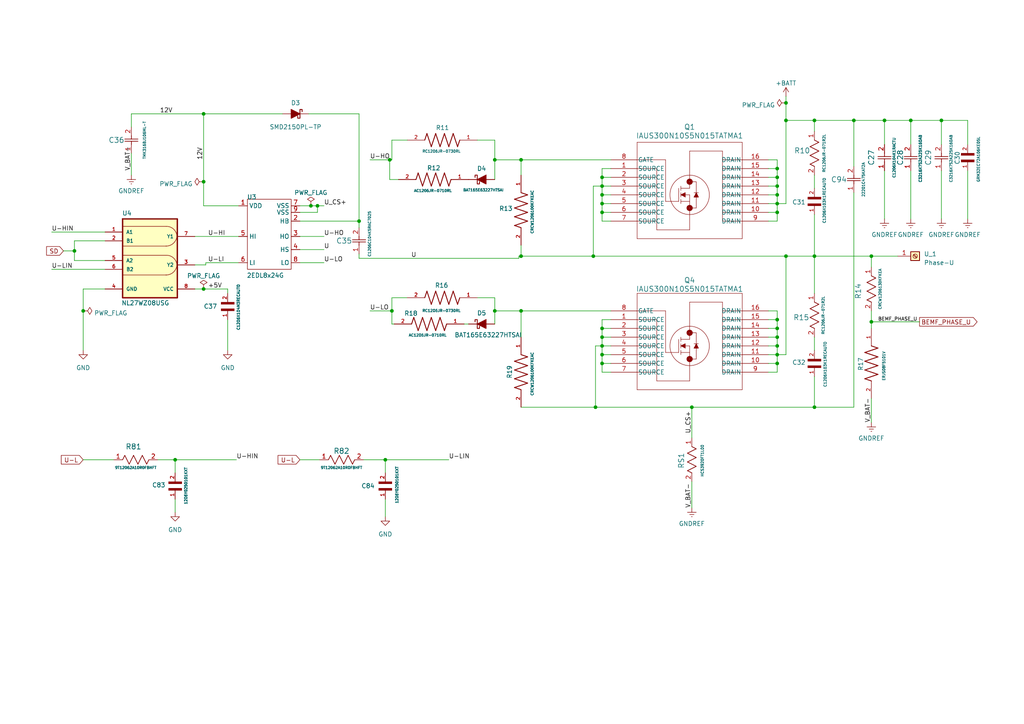
<source format=kicad_sch>
(kicad_sch (version 20231120) (generator "eeschema") (generator_version "8.0")
  (paper "A4")
  (lib_symbols
    (symbol "2EDL8124G:2EDL8124G"
      (property "Reference" "U3" (at -5.08 11.43 0))
      (property "Value" "2EDL8x24G" (at -1.143 -10.668 0))
      (symbol "2EDL8124G_1_1"
        (pin power_in line (at -8.89 8.89 0) (length 2.54) (name "VDD") (number "1"))
        (pin output line (at 8.89 4.445 180) (length 2.54) (name "HB") (number "2"))
        (pin output line (at 8.89 0 180) (length 2.54) (name "HO") (number "3"))
        (pin output line (at 8.89 -3.81 180) (length 2.54) (name "HS") (number "4"))
        (pin input line (at -8.89 0 0) (length 2.54) (name "HI") (number "5"))
        (pin input line (at -8.89 -7.62 0) (length 2.54) (name "LI") (number "6"))
        (pin power_in line (at 8.89 8.89 180) (length 2.54) (name "VSS") (number "7"))
        (pin output line (at 8.89 -7.62 180) (length 2.54) (name "LO") (number "8"))
        (pin power_in line (at 8.89 6.985 180) (length 2.54) (name "VSS") (number "9"))
      )
    )
    (symbol "C15:C1206X104M3RECAUTO" (pin_names (offset 1.016))
      (property "Reference" "C" (at 0 3.8109 0))
      (property "Value" "C1206X104M3RECAUTO" (at 0 -5.0885 0))
      (symbol "C1206X104M3RECAUTO_0_0"
        (pin passive line (at -2.54 0 0) (length 2.54) (name "~") (number "1"))
        (pin passive line (at 5.08 0 180) (length 2.54) (name "~") (number "2"))
      )
    )
    (symbol "C1:C1206X104K1RACTU" (pin_names (offset 0.254))
      (property "Reference" "C" (at 3.81 3.81 0))
      (property "Value" "C1206X104K1RACTU" (at 3.81 -3.81 0))
      (symbol "C1206X104K1RACTU_1_1"
        (pin unspecified line (at 0 0 0) (length 2.54) (name "") (number "1"))
        (pin unspecified line (at 7.62 0 180) (length 2.54) (name "") (number "2"))
      )
      (symbol "C1206X104K1RACTU_1_2"
        (pin unspecified line (at 0 0 270) (length 2.54) (name "") (number "1"))
        (pin unspecified line (at 0 -7.62 90) (length 2.54) (name "") (number "2"))
      )
    )
    (symbol "C28:C3216X7S2A225K160AB" (pin_names (offset 0.254))
      (property "Reference" "C" (at 3.81 3.81 0))
      (property "Value" "C3216X7S2A225K160AB" (at 3.81 -3.81 0))
      (symbol "C3216X7S2A225K160AB_1_1"
        (pin unspecified line (at 0 0 0) (length 2.54) (name "") (number "1"))
        (pin unspecified line (at 7.62 0 180) (length 2.54) (name "") (number "2"))
      )
      (symbol "C3216X7S2A225K160AB_1_2"
        (pin unspecified line (at 0 0 270) (length 2.54) (name "") (number "1"))
        (pin unspecified line (at 0 -7.62 90) (length 2.54) (name "") (number "2"))
      )
    )
    (symbol "C30:GRM32EC72A106KE05L" (pin_names (offset 1.016))
      (property "Reference" "C" (at 0 3.8109 0))
      (property "Value" "GRM32EC72A106KE05L" (at 0 -5.0885 0))
      (symbol "GRM32EC72A106KE05L_0_0"
        (pin passive line (at -2.54 0 0) (length 2.54) (name "~") (number "1"))
        (pin passive line (at 5.08 0 180) (length 2.54) (name "~") (number "2"))
      )
    )
    (symbol "C31:C1206X103K1RECAUTO" (pin_names (offset 1.016))
      (property "Reference" "C" (at 0 3.8109 0))
      (property "Value" "C1206X103K1RECAUTO" (at 0 -5.0885 0))
      (symbol "C1206X103K1RECAUTO_0_0"
        (pin passive line (at -2.54 0 0) (length 2.54) (name "~") (number "1"))
        (pin passive line (at 5.08 0 180) (length 2.54) (name "~") (number "2"))
      )
    )
    (symbol "C35:C1206C104K5RAC7025" (pin_names (offset 0.254))
      (property "Reference" "C" (at 3.81 3.81 0))
      (property "Value" "C1206C104K5RAC7025" (at 3.81 -3.81 0))
      (symbol "C1206C104K5RAC7025_1_1"
        (pin unspecified line (at 0 0 0) (length 2.54) (name "") (number "1"))
        (pin unspecified line (at 7.62 0 180) (length 2.54) (name "") (number "2"))
      )
      (symbol "C1206C104K5RAC7025_1_2"
        (pin unspecified line (at 0 0 270) (length 2.54) (name "") (number "1"))
        (pin unspecified line (at 0 -7.62 90) (length 2.54) (name "") (number "2"))
      )
    )
    (symbol "C36:TMK316BJ106ML-T" (pin_names (offset 0.254))
      (property "Reference" "C" (at 3.81 3.81 0))
      (property "Value" "TMK316BJ106ML-T" (at 3.81 -3.81 0))
      (symbol "TMK316BJ106ML-T_1_1"
        (pin unspecified line (at 0 0 0) (length 2.54) (name "") (number "1"))
        (pin unspecified line (at 7.62 0 180) (length 2.54) (name "") (number "2"))
      )
      (symbol "TMK316BJ106ML-T_1_2"
        (pin unspecified line (at 0 0 270) (length 2.54) (name "") (number "1"))
        (pin unspecified line (at 0 -7.62 90) (length 2.54) (name "") (number "2"))
      )
    )
    (symbol "C83:1206Y0250101KXT" (pin_names (offset 1.016))
      (property "Reference" "C" (at 0 3.8109 0))
      (property "Value" "1206Y0250101KXT" (at 0 -5.0885 0))
      (symbol "1206Y0250101KXT_0_0"
        (pin passive line (at -2.54 0 0) (length 2.54) (name "~") (number "1"))
        (pin passive line (at 5.08 0 180) (length 2.54) (name "~") (number "2"))
      )
    )
    (symbol "C94:22201C475KAT2A" (pin_names (offset 0.254))
      (property "Reference" "C" (at 3.81 3.81 0))
      (property "Value" "22201C475KAT2A" (at 3.81 -3.81 0))
      (symbol "22201C475KAT2A_1_1"
        (pin unspecified line (at 0 0 0) (length 2.54) (name "") (number "1"))
        (pin unspecified line (at 7.62 0 180) (length 2.54) (name "") (number "2"))
      )
      (symbol "22201C475KAT2A_1_2"
        (pin unspecified line (at 0 0 270) (length 2.54) (name "") (number "1"))
        (pin unspecified line (at 0 -7.62 90) (length 2.54) (name "") (number "2"))
      )
    )
    (symbol "Connector:Screw_Terminal_01x01" (pin_names (offset 1.016) hide)
      (property "Reference" "J" (at 0 2.54 0))
      (property "Value" "Screw_Terminal_01x01" (at 0 -2.54 0))
      (symbol "Screw_Terminal_01x01_1_1"
        (pin passive line (at -5.08 0 0) (length 3.81) (name "Pin_1") (number "1"))
      )
    )
    (symbol "Device:D_Schottky_Filled" (pin_numbers hide) (pin_names (offset 1.016) hide)
      (property "Reference" "D" (at 0 2.54 0))
      (property "Value" "D_Schottky_Filled" (at 0 -2.54 0))
      (symbol "D_Schottky_Filled_1_1"
        (pin passive line (at -3.81 0 0) (length 2.54) (name "K") (number "1"))
        (pin passive line (at 3.81 0 180) (length 2.54) (name "A") (number "2"))
      )
    )
    (symbol "IAUS300N10S5N015T:IAUS300N10S5N015TATMA1" (pin_names (offset 0.254))
      (property "Reference" "Q1" (at 22.86 12.065 0))
      (property "Value" "IAUS300N10S5N015TATMA1" (at 22.86 9.525 0))
      (symbol "IAUS300N10S5N015TATMA1_0_1"
        (pin passive line (at 0 0 0) (length 7.62) (name "SOURCE") (number "1"))
        (pin passive line (at 45.72 -12.7 180) (length 7.62) (name "DRAIN") (number "10"))
        (pin passive line (at 45.72 -10.16 180) (length 7.62) (name "DRAIN") (number "11"))
        (pin passive line (at 45.72 -7.62 180) (length 7.62) (name "DRAIN") (number "12"))
        (pin passive line (at 45.72 -5.08 180) (length 7.62) (name "DRAIN") (number "13"))
        (pin passive line (at 45.72 -2.54 180) (length 7.62) (name "DRAIN") (number "14"))
        (pin passive line (at 45.72 0 180) (length 7.62) (name "DRAIN") (number "15"))
        (pin passive line (at 45.72 2.54 180) (length 7.62) (name "DRAIN") (number "16"))
        (pin passive line (at 0 -2.54 0) (length 7.62) (name "SOURCE") (number "2"))
        (pin passive line (at 0 -5.08 0) (length 7.62) (name "SOURCE") (number "3"))
        (pin passive line (at 0 -7.62 0) (length 7.62) (name "SOURCE") (number "4"))
        (pin passive line (at 0 -10.16 0) (length 7.62) (name "SOURCE") (number "5"))
        (pin passive line (at 0 -12.7 0) (length 7.62) (name "SOURCE") (number "6"))
        (pin passive line (at 0 -15.24 0) (length 7.62) (name "SOURCE") (number "7"))
        (pin input line (at 0 2.54 0) (length 7.62) (name "GATE") (number "8"))
        (pin passive line (at 45.72 -15.24 180) (length 7.62) (name "DRAIN") (number "9"))
      )
    )
    (symbol "IAUS300N10S5N015TATMA1_1" (pin_names (offset 0.254))
      (property "Reference" "Q4" (at 22.86 11.43 0))
      (property "Value" "IAUS300N10S5N015TATMA1" (at 22.86 8.89 0))
      (symbol "IAUS300N10S5N015TATMA1_1_0_1"
        (pin passive line (at 0 0 0) (length 7.62) (name "SOURCE") (number "1"))
        (pin passive line (at 45.72 -12.7 180) (length 7.62) (name "DRAIN") (number "10"))
        (pin passive line (at 45.72 -10.16 180) (length 7.62) (name "DRAIN") (number "11"))
        (pin passive line (at 45.72 -7.62 180) (length 7.62) (name "DRAIN") (number "12"))
        (pin passive line (at 45.72 -5.08 180) (length 7.62) (name "DRAIN") (number "13"))
        (pin passive line (at 45.72 -2.54 180) (length 7.62) (name "DRAIN") (number "14"))
        (pin passive line (at 45.72 0 180) (length 7.62) (name "DRAIN") (number "15"))
        (pin passive line (at 45.72 2.54 180) (length 7.62) (name "DRAIN") (number "16"))
        (pin passive line (at 0 -2.54 0) (length 7.62) (name "SOURCE") (number "2"))
        (pin passive line (at 0 -5.08 0) (length 7.62) (name "SOURCE") (number "3"))
        (pin passive line (at 0 -7.62 0) (length 7.62) (name "SOURCE") (number "4"))
        (pin passive line (at 0 -10.16 0) (length 7.62) (name "SOURCE") (number "5"))
        (pin passive line (at 0 -12.7 0) (length 7.62) (name "SOURCE") (number "6"))
        (pin passive line (at 0 -15.24 0) (length 7.62) (name "SOURCE") (number "7"))
        (pin input line (at 0 2.54 0) (length 7.62) (name "GATE") (number "8"))
        (pin passive line (at 45.72 -15.24 180) (length 7.62) (name "DRAIN") (number "9"))
      )
    )
    (symbol "NL27WZ08USG:NL27WZ08USG" (pin_names (offset 1.016))
      (property "Reference" "U4" (at -6.35 13.081 0))
      (property "Value" "NL27WZ08USG" (at -1.016 -12.954 0))
      (symbol "NL27WZ08USG_0_0"
        (pin input line (at -12.7 7.62 0) (length 5.08) (name "A1") (number "1"))
        (pin input line (at -12.7 5.08 0) (length 5.08) (name "B1") (number "2"))
        (pin output line (at 13.335 -1.905 180) (length 5.08) (name "Y2") (number "3"))
        (pin power_in line (at -12.7 -8.89 0) (length 5.08) (name "GND") (number "4"))
        (pin input line (at -12.7 -0.635 0) (length 5.08) (name "A2") (number "5"))
        (pin input line (at -12.7 -3.175 0) (length 5.08) (name "B2") (number "6"))
        (pin output line (at 13.335 6.35 180) (length 5.08) (name "Y1") (number "7"))
        (pin power_in line (at 13.335 -8.89 180) (length 5.08) (name "VCC") (number "8"))
      )
    )
    (symbol "R10:RC1206JR-071R2L" (pin_names (offset 0.254))
      (property "Reference" "R" (at 5.715 3.81 0))
      (property "Value" "RC1206JR-071R2L" (at 6.35 -3.81 0))
      (symbol "RC1206JR-071R2L_1_1"
        (pin unspecified line (at 12.7 0 180) (length 2.54) (name "") (number "1"))
        (pin unspecified line (at 0 0 0) (length 2.54) (name "") (number "2"))
      )
      (symbol "RC1206JR-071R2L_1_2"
        (pin unspecified line (at 0 12.7 270) (length 2.54) (name "") (number "1"))
        (pin unspecified line (at 0 0 90) (length 2.54) (name "") (number "2"))
      )
    )
    (symbol "R11:RC1206JR-0730RL" (pin_names (offset 1.016))
      (property "Reference" "R" (at -7.6244 2.5415 0))
      (property "Value" "RC1206JR-0730RL" (at -7.63 -5.0866 0))
      (symbol "RC1206JR-0730RL_0_0"
        (pin passive line (at -10.16 0 0) (length 5.08) (name "~") (number "1"))
        (pin passive line (at 10.16 0 180) (length 5.08) (name "~") (number "2"))
      )
    )
    (symbol "R12:AC1206JR-0710RL" (pin_names (offset 1.016))
      (property "Reference" "R" (at -7.6244 2.5415 0))
      (property "Value" "AC1206JR-0710RL" (at -7.63 -5.0866 0))
      (symbol "AC1206JR-0710RL_0_0"
        (pin passive line (at -10.16 0 0) (length 5.08) (name "~") (number "1"))
        (pin passive line (at 10.16 0 180) (length 5.08) (name "~") (number "2"))
      )
    )
    (symbol "R13:CRCW1206100KFKEAC" (pin_names (offset 1.016))
      (property "Reference" "R" (at -7.6244 2.5415 0))
      (property "Value" "CRCW1206100KFKEAC" (at -7.63 -5.0866 0))
      (symbol "CRCW1206100KFKEAC_0_0"
        (pin passive line (at -10.16 0 0) (length 5.08) (name "~") (number "1"))
        (pin passive line (at 10.16 0 180) (length 5.08) (name "~") (number "2"))
      )
    )
    (symbol "R14:CRCW1206130KFKEA" (pin_names (offset 0.254))
      (property "Reference" "R" (at 5.715 3.81 0))
      (property "Value" "CRCW1206130KFKEA" (at 6.35 -3.81 0))
      (symbol "CRCW1206130KFKEA_1_1"
        (pin unspecified line (at 12.7 0 180) (length 2.54) (name "") (number "1"))
        (pin unspecified line (at 0 0 0) (length 2.54) (name "") (number "2"))
      )
      (symbol "CRCW1206130KFKEA_1_2"
        (pin unspecified line (at 0 12.7 270) (length 2.54) (name "") (number "1"))
        (pin unspecified line (at 0 0 90) (length 2.54) (name "") (number "2"))
      )
    )
    (symbol "R17:ERJS08F5101V" (pin_names (offset 1.016))
      (property "Reference" "R" (at -7.624 2.541 0))
      (property "Value" "ERJS08F5101V" (at -7.624 -5.087 0))
      (symbol "ERJS08F5101V_0_0"
        (pin passive line (at -10.16 0 0) (length 5.08) (name "~") (number "1"))
        (pin passive line (at 10.16 0 180) (length 5.08) (name "~") (number "2"))
      )
    )
    (symbol "R47:9T12062A10R0FBHFT" (pin_names (offset 0.254))
      (property "Reference" "R" (at 5.715 3.81 0))
      (property "Value" "9T12062A10R0FBHFT" (at 6.35 -3.81 0))
      (symbol "9T12062A10R0FBHFT_1_1"
        (pin unspecified line (at 0 0 0) (length 2.54) (name "") (number "1"))
        (pin unspecified line (at 12.7 0 180) (length 2.54) (name "") (number "2"))
      )
      (symbol "9T12062A10R0FBHFT_1_2"
        (pin unspecified line (at 0 12.7 270) (length 2.54) (name "") (number "1"))
        (pin unspecified line (at 0 0 90) (length 2.54) (name "") (number "2"))
      )
    )
    (symbol "RS1:HCS3920FT1L00" (pin_names (offset 0.254))
      (property "Reference" "R" (at 5.715 3.81 0))
      (property "Value" "HCS3920FT1L00" (at 6.35 -3.81 0))
      (symbol "HCS3920FT1L00_1_1"
        (pin unspecified line (at 0 0 0) (length 2.54) (name "") (number "1"))
        (pin unspecified line (at 12.7 0 180) (length 2.54) (name "") (number "2"))
      )
      (symbol "HCS3920FT1L00_1_2"
        (pin unspecified line (at 0 12.7 270) (length 2.54) (name "") (number "1"))
        (pin unspecified line (at 0 0 90) (length 2.54) (name "") (number "2"))
      )
    )
    (symbol "power:+BATT" (power) (pin_names (offset 0))
      (property "Value" "+BATT" (at 0 3.556 0))
      (symbol "+BATT_1_1"
        (pin power_in line (at 0 0 90) (length 0) hide (name "+BATT") (number "1"))
      )
    )
    (symbol "power:GND" (power) (pin_names (offset 0))
      (property "Value" "GND" (at 0 -3.81 0))
      (symbol "GND_1_1"
        (pin power_in line (at 0 0 270) (length 0) hide (name "GND") (number "1"))
      )
    )
    (symbol "power:GNDREF" (power) (pin_names (offset 0))
      (property "Value" "GNDREF" (at 0 -3.81 0))
      (symbol "GNDREF_1_1"
        (pin power_in line (at 0 0 270) (length 0) hide (name "GNDREF") (number "1"))
      )
    )
    (symbol "power:PWR_FLAG" (power) (pin_numbers hide) (pin_names (offset 0) hide)
      (property "Value" "PWR_FLAG" (at 0 3.81 0))
      (symbol "PWR_FLAG_0_0"
        (pin power_out line (at 0 0 90) (length 0) (name "pwr") (number "1"))
      )
    )
  )
  (junction (at 225.425 97.79))
  (junction (at 59.055 83.82))
  (junction (at 225.425 56.515))
  (junction (at 225.425 100.33))
  (junction (at 151.13 90.17))
  (junction (at 273.05 34.925))
  (junction (at 174.625 100.33))
  (junction (at 174.625 105.41))
  (junction (at 113.03 46.355))
  (junction (at 174.625 102.87))
  (junction (at 225.425 95.25))
  (junction (at 227.965 74.295))
  (junction (at 104.14 64.135))
  (junction (at 227.965 34.925))
  (junction (at 59.055 52.705))
  (junction (at 174.625 53.975))
  (junction (at 111.76 133.35))
  (junction (at 50.8 133.35))
  (junction (at 264.16 34.925))
  (junction (at 143.51 90.17))
  (junction (at 225.425 92.71))
  (junction (at 174.625 56.515))
  (junction (at 252.73 74.295))
  (junction (at 225.425 105.41))
  (junction (at 227.965 29.845))
  (junction (at 151.13 74.295))
  (junction (at 256.54 34.925))
  (junction (at 236.22 118.11))
  (junction (at 113.665 90.17))
  (junction (at 236.22 74.295))
  (junction (at 174.625 61.595))
  (junction (at 225.425 48.895))
  (junction (at 174.625 97.79))
  (junction (at 200.66 118.11))
  (junction (at 151.13 46.355))
  (junction (at 21.59 72.771))
  (junction (at 225.425 59.055))
  (junction (at 174.625 59.055))
  (junction (at 225.425 53.975))
  (junction (at 252.73 93.345))
  (junction (at 59.055 33.02))
  (junction (at 225.425 51.435))
  (junction (at 174.625 51.435))
  (junction (at 247.65 34.925))
  (junction (at 92.075 59.69))
  (junction (at 225.425 102.87))
  (junction (at 172.085 74.295))
  (junction (at 172.72 118.11))
  (junction (at 143.51 46.355))
  (junction (at 90.17 59.69))
  (junction (at 24.13 90.17))
  (junction (at 225.425 61.595))
  (junction (at 236.22 34.925))
  (junction (at 174.625 95.25))
  (wire (pts (xy 227.965 29.845) (xy 227.965 34.925)))
  (wire (pts (xy 21.59 72.771) (xy 21.59 75.565)))
  (wire (pts (xy 225.425 100.33) (xy 225.425 102.87)))
  (wire (pts (xy 222.885 51.435) (xy 225.425 51.435)))
  (wire (pts (xy 104.14 33.02) (xy 104.14 64.135)))
  (wire (pts (xy 174.625 105.41) (xy 174.625 107.95)))
  (wire (pts (xy 113.665 93.98) (xy 114.3 93.98)))
  (wire (pts (xy 104.14 74.93) (xy 150.495 74.93)))
  (wire (pts (xy 105.41 133.35) (xy 111.76 133.35)))
  (wire (pts (xy 174.625 59.055) (xy 177.165 59.055)))
  (wire (pts (xy 59.055 33.02) (xy 59.055 52.705)))
  (wire (pts (xy 200.66 139.7) (xy 200.66 147.32)))
  (wire (pts (xy 252.73 74.295) (xy 260.35 74.295)))
  (wire (pts (xy 14.986 78.105) (xy 30.48 78.105)))
  (wire (pts (xy 256.54 34.925) (xy 256.54 41.91)))
  (wire (pts (xy 90.17 59.69) (xy 92.075 59.69)))
  (wire (pts (xy 174.625 56.515) (xy 177.165 56.515)))
  (wire (pts (xy 236.22 34.925) (xy 247.65 34.925)))
  (wire (pts (xy 225.425 56.515) (xy 225.425 53.975)))
  (wire (pts (xy 252.73 90.17) (xy 252.73 93.345)))
  (wire (pts (xy 174.625 59.055) (xy 174.625 61.595)))
  (wire (pts (xy 113.665 40.64) (xy 113.665 46.355)))
  (wire (pts (xy 273.05 49.53) (xy 273.05 63.5)))
  (wire (pts (xy 143.51 46.355) (xy 143.51 52.07)))
  (wire (pts (xy 111.76 133.35) (xy 111.76 137.16)))
  (wire (pts (xy 86.995 133.35) (xy 92.71 133.35)))
  (wire (pts (xy 227.965 27.94) (xy 227.965 29.845)))
  (wire (pts (xy 174.625 100.33) (xy 177.165 100.33)))
  (wire (pts (xy 113.665 86.36) (xy 113.665 90.17)))
  (wire (pts (xy 222.885 90.17) (xy 225.425 90.17)))
  (wire (pts (xy 236.22 50.8) (xy 236.22 54.61)))
  (wire (pts (xy 151.13 90.17) (xy 177.165 90.17)))
  (wire (pts (xy 143.51 86.36) (xy 143.51 90.17)))
  (wire (pts (xy 222.885 102.87) (xy 225.425 102.87)))
  (wire (pts (xy 225.425 59.055) (xy 227.965 59.055)))
  (wire (pts (xy 174.625 97.79) (xy 174.625 100.33)))
  (wire (pts (xy 225.425 90.17) (xy 225.425 92.71)))
  (wire (pts (xy 174.625 95.25) (xy 177.165 95.25)))
  (wire (pts (xy 56.515 83.82) (xy 59.055 83.82)))
  (wire (pts (xy 107.315 46.355) (xy 113.03 46.355)))
  (wire (pts (xy 151.13 74.295) (xy 151.13 71.12)))
  (wire (pts (xy 21.59 69.85) (xy 21.59 72.771)))
  (wire (pts (xy 113.665 90.17) (xy 113.665 93.98)))
  (wire (pts (xy 227.965 74.295) (xy 236.22 74.295)))
  (wire (pts (xy 264.16 34.925) (xy 264.16 41.91)))
  (wire (pts (xy 247.65 48.26) (xy 247.65 34.925)))
  (wire (pts (xy 236.22 38.1) (xy 236.22 34.925)))
  (wire (pts (xy 134.62 93.98) (xy 135.89 93.98)))
  (wire (pts (xy 236.22 118.11) (xy 200.66 118.11)))
  (wire (pts (xy 138.43 86.36) (xy 143.51 86.36)))
  (wire (pts (xy 200.66 118.11) (xy 200.66 127)))
  (wire (pts (xy 227.965 34.925) (xy 227.965 59.055)))
  (wire (pts (xy 222.885 95.25) (xy 225.425 95.25)))
  (wire (pts (xy 222.885 100.33) (xy 225.425 100.33)))
  (wire (pts (xy 252.73 93.345) (xy 266.7 93.345)))
  (wire (pts (xy 273.05 34.925) (xy 273.05 41.91)))
  (wire (pts (xy 177.165 53.975) (xy 174.625 53.975)))
  (wire (pts (xy 252.73 74.295) (xy 252.73 77.47)))
  (wire (pts (xy 222.885 105.41) (xy 225.425 105.41)))
  (wire (pts (xy 247.65 118.11) (xy 236.22 118.11)))
  (wire (pts (xy 225.425 46.355) (xy 222.885 46.355)))
  (wire (pts (xy 151.13 118.11) (xy 172.72 118.11)))
  (wire (pts (xy 222.885 53.975) (xy 225.425 53.975)))
  (wire (pts (xy 280.67 34.925) (xy 280.67 41.91)))
  (wire (pts (xy 143.51 90.17) (xy 151.13 90.17)))
  (wire (pts (xy 59.055 52.705) (xy 59.055 59.69)))
  (wire (pts (xy 177.165 92.71) (xy 174.625 92.71)))
  (wire (pts (xy 104.14 64.135) (xy 104.14 66.04)))
  (wire (pts (xy 86.995 59.69) (xy 90.17 59.69)))
  (wire (pts (xy 174.625 102.87) (xy 177.165 102.87)))
  (wire (pts (xy 143.51 46.355) (xy 151.13 46.355)))
  (wire (pts (xy 59.055 59.69) (xy 69.215 59.69)))
  (wire (pts (xy 113.665 40.64) (xy 118.11 40.64)))
  (wire (pts (xy 86.995 76.2) (xy 93.98 76.2)))
  (wire (pts (xy 174.625 53.975) (xy 174.625 56.515)))
  (wire (pts (xy 143.51 40.64) (xy 143.51 46.355)))
  (wire (pts (xy 18.415 72.771) (xy 21.59 72.771)))
  (wire (pts (xy 174.625 53.975) (xy 172.085 53.975)))
  (wire (pts (xy 151.13 74.295) (xy 172.085 74.295)))
  (wire (pts (xy 222.885 97.79) (xy 225.425 97.79)))
  (wire (pts (xy 66.04 83.82) (xy 66.04 85.09)))
  (wire (pts (xy 222.885 64.135) (xy 225.425 64.135)))
  (wire (pts (xy 151.13 90.17) (xy 151.13 97.79)))
  (wire (pts (xy 151.13 46.355) (xy 151.13 50.8)))
  (wire (pts (xy 264.16 49.53) (xy 264.16 63.5)))
  (wire (pts (xy 225.425 51.435) (xy 225.425 48.895)))
  (wire (pts (xy 59.69 76.2) (xy 69.215 76.2)))
  (wire (pts (xy 252.73 93.345) (xy 252.73 95.25)))
  (wire (pts (xy 177.165 105.41) (xy 174.625 105.41)))
  (wire (pts (xy 50.8 133.35) (xy 50.8 137.16)))
  (wire (pts (xy 24.13 133.35) (xy 33.02 133.35)))
  (wire (pts (xy 225.425 59.055) (xy 225.425 56.515)))
  (wire (pts (xy 236.22 62.23) (xy 236.22 74.295)))
  (wire (pts (xy 111.76 133.35) (xy 130.175 133.35)))
  (wire (pts (xy 50.8 133.35) (xy 68.58 133.35)))
  (wire (pts (xy 151.13 46.355) (xy 177.165 46.355)))
  (wire (pts (xy 50.8 144.78) (xy 50.8 148.59)))
  (wire (pts (xy 107.315 90.17) (xy 113.665 90.17)))
  (wire (pts (xy 143.51 90.17) (xy 143.51 93.98)))
  (wire (pts (xy 174.625 107.95) (xy 177.165 107.95)))
  (wire (pts (xy 225.425 105.41) (xy 225.425 107.95)))
  (wire (pts (xy 30.48 83.82) (xy 24.13 83.82)))
  (wire (pts (xy 59.055 33.02) (xy 81.915 33.02)))
  (wire (pts (xy 38.1 33.02) (xy 38.1 36.83)))
  (wire (pts (xy 56.515 76.835) (xy 59.69 76.835)))
  (wire (pts (xy 113.03 46.355) (xy 113.03 52.07)))
  (wire (pts (xy 264.16 34.925) (xy 273.05 34.925)))
  (wire (pts (xy 236.22 74.295) (xy 252.73 74.295)))
  (wire (pts (xy 104.14 73.66) (xy 104.14 74.93)))
  (wire (pts (xy 174.625 102.87) (xy 174.625 105.41)))
  (wire (pts (xy 14.986 67.31) (xy 30.48 67.31)))
  (wire (pts (xy 113.03 52.07) (xy 115.57 52.07)))
  (wire (pts (xy 38.1 33.02) (xy 59.055 33.02)))
  (wire (pts (xy 174.625 51.435) (xy 177.165 51.435)))
  (wire (pts (xy 225.425 53.975) (xy 225.425 51.435)))
  (wire (pts (xy 174.625 100.33) (xy 172.72 100.33)))
  (wire (pts (xy 113.03 46.355) (xy 113.665 46.355)))
  (wire (pts (xy 225.425 97.79) (xy 225.425 100.33)))
  (wire (pts (xy 138.43 40.64) (xy 143.51 40.64)))
  (wire (pts (xy 236.22 74.295) (xy 236.22 85.09)))
  (wire (pts (xy 225.425 64.135) (xy 225.425 61.595)))
  (wire (pts (xy 174.625 61.595) (xy 174.625 64.135)))
  (wire (pts (xy 86.995 68.58) (xy 93.98 68.58)))
  (wire (pts (xy 174.625 48.895) (xy 174.625 51.435)))
  (wire (pts (xy 225.425 95.25) (xy 225.425 97.79)))
  (wire (pts (xy 225.425 92.71) (xy 225.425 95.25)))
  (wire (pts (xy 222.885 59.055) (xy 225.425 59.055)))
  (wire (pts (xy 172.72 100.33) (xy 172.72 118.11)))
  (wire (pts (xy 225.425 48.895) (xy 225.425 46.355)))
  (wire (pts (xy 172.72 118.11) (xy 200.66 118.11)))
  (wire (pts (xy 256.54 34.925) (xy 264.16 34.925)))
  (wire (pts (xy 222.885 48.895) (xy 225.425 48.895)))
  (wire (pts (xy 45.72 133.35) (xy 50.8 133.35)))
  (wire (pts (xy 227.965 74.295) (xy 227.965 102.87)))
  (wire (pts (xy 236.22 34.925) (xy 227.965 34.925)))
  (wire (pts (xy 256.54 63.5) (xy 256.54 49.53)))
  (wire (pts (xy 92.075 59.69) (xy 93.98 59.69)))
  (wire (pts (xy 227.965 102.87) (xy 225.425 102.87)))
  (wire (pts (xy 174.625 61.595) (xy 177.165 61.595)))
  (wire (pts (xy 38.1 44.45) (xy 38.1 50.8)))
  (wire (pts (xy 174.625 51.435) (xy 174.625 53.975)))
  (wire (pts (xy 174.625 97.79) (xy 177.165 97.79)))
  (wire (pts (xy 174.625 100.33) (xy 174.625 102.87)))
  (wire (pts (xy 30.48 69.85) (xy 21.59 69.85)))
  (wire (pts (xy 66.04 92.71) (xy 66.04 101.6)))
  (wire (pts (xy 86.995 64.135) (xy 104.14 64.135)))
  (wire (pts (xy 225.425 107.95) (xy 222.885 107.95)))
  (wire (pts (xy 222.885 61.595) (xy 225.425 61.595)))
  (wire (pts (xy 86.995 72.39) (xy 93.98 72.39)))
  (wire (pts (xy 104.14 33.02) (xy 89.535 33.02)))
  (wire (pts (xy 236.22 109.22) (xy 236.22 118.11)))
  (wire (pts (xy 174.625 56.515) (xy 174.625 59.055)))
  (wire (pts (xy 59.055 83.82) (xy 66.04 83.82)))
  (wire (pts (xy 111.76 144.78) (xy 111.76 149.86)))
  (wire (pts (xy 92.075 59.69) (xy 92.075 61.595)))
  (wire (pts (xy 222.885 92.71) (xy 225.425 92.71)))
  (wire (pts (xy 225.425 102.87) (xy 225.425 105.41)))
  (wire (pts (xy 24.13 83.82) (xy 24.13 90.17)))
  (wire (pts (xy 172.085 74.295) (xy 227.965 74.295)))
  (wire (pts (xy 113.665 86.36) (xy 118.11 86.36)))
  (wire (pts (xy 86.995 61.595) (xy 92.075 61.595)))
  (wire (pts (xy 222.885 56.515) (xy 225.425 56.515)))
  (wire (pts (xy 172.085 53.975) (xy 172.085 74.295)))
  (wire (pts (xy 247.65 34.925) (xy 256.54 34.925)))
  (wire (pts (xy 21.59 75.565) (xy 30.48 75.565)))
  (wire (pts (xy 280.67 49.53) (xy 280.67 63.5)))
  (wire (pts (xy 174.625 92.71) (xy 174.625 95.25)))
  (wire (pts (xy 24.13 90.17) (xy 24.13 101.6)))
  (wire (pts (xy 273.05 34.925) (xy 280.67 34.925)))
  (wire (pts (xy 150.495 74.93) (xy 150.495 74.295)))
  (wire (pts (xy 247.65 55.88) (xy 247.65 118.11)))
  (wire (pts (xy 225.425 61.595) (xy 225.425 59.055)))
  (wire (pts (xy 177.165 48.895) (xy 174.625 48.895)))
  (wire (pts (xy 174.625 95.25) (xy 174.625 97.79)))
  (wire (pts (xy 56.515 68.58) (xy 69.215 68.58)))
  (wire (pts (xy 174.625 64.135) (xy 177.165 64.135)))
  (wire (pts (xy 59.69 76.2) (xy 59.69 76.835)))
  (wire (pts (xy 236.22 97.79) (xy 236.22 101.6)))
  (wire (pts (xy 151.13 74.295) (xy 150.495 74.295)))
  (wire (pts (xy 252.73 115.57) (xy 252.73 122.555)))
  (label "U-HI" (at 60.325 68.58 0))
  (label "BEMF_PHASE_U" (at 254.635 93.345 0) (effects (font (size 1 1))))
  (label "U" (at 93.98 72.39 0))
  (label "U-LIN" (at 14.986 78.105 0))
  (label "U-HO" (at 107.315 46.355 0))
  (label "V_BAT-" (at 38.1 49.53 90))
  (label "U" (at 119.253 74.93 0))
  (label "U_CS+" (at 200.66 125.73 90))
  (label "U-HIN" (at 14.986 67.31 0))
  (label "U-LI" (at 60.325 76.2 0))
  (label "U-HO" (at 93.98 68.58 0))
  (label "12V" (at 46.355 33.02 0))
  (label "U-HIN" (at 68.58 133.35 0))
  (label "U_CS+" (at 93.98 59.69 0))
  (label "+5V" (at 60.325 83.82 0))
  (label "V_BAT-" (at 252.73 122.555 90))
  (label "U-LO" (at 93.98 76.2 0))
  (label "V_BAT-" (at 200.66 147.32 90))
  (label "12V" (at 59.055 46.355 90))
  (label "U-LIN" (at 130.175 133.35 0))
  (label "U-LO" (at 107.315 90.17 0))
  (global_label "BEMF_PHASE_U" (shape output) (at 266.7 93.345 0) (property "Intersheetrefs" "${INTERSHEET_REFS}" (effects (hide yes))))
  (global_label "U-L" (shape input) (at 24.13 133.35 180) (property "Intersheetrefs" "${INTERSHEET_REFS}" (effects (hide yes))))
  (global_label "SD" (shape input) (at 18.415 72.771 180) (property "Intersheetrefs" "${INTERSHEET_REFS}" (effects (hide yes))))
  (global_label "U-L" (shape input) (at 86.995 133.35 180) (property "Intersheetrefs" "${INTERSHEET_REFS}" (effects (hide yes))))
  (symbol (lib_id "Device:D_Schottky_Filled") (at 85.725 33.02 0) (mirror y) (unit 1)
    (property "Reference" "D3" (at 85.725 29.845 0))
    (property "Value" "SMD2150PL-TP" (at 85.725 36.83 0))
    (property "Footprint" "Misc-Footprints:D3" (effects (hide yes)))
  )
  (symbol (lib_id "power:GNDREF") (at 252.73 122.555 0) (unit 1)
    (property "Reference" "#PWR071" (effects (hide yes)))
    (property "Value" "GNDREF" (at 252.73 127.127 0))
  )
  (symbol (lib_name "IAUS300N10S5N015TATMA1_1") (lib_id "IAUS300N10S5N015T:IAUS300N10S5N015TATMA1") (at 177.165 92.71 0) (unit 1)
    (property "Reference" "Q4" (at 200.025 81.28 0) (effects (font (size 1.524 1.524))))
    (property "Value" "IAUS300N10S5N015TATMA1" (at 200.025 83.82 0) (effects (font (size 1.524 1.524))))
    (property "Footprint" "just-footprints:Q1" (effects (hide yes)))
    (property "Datasheet" "IAUS300N10S5N015TATMA1" (effects (hide yes)))
  )
  (symbol (lib_id "R13:CRCW1206100KFKEAC") (at 151.13 107.95 270) (unit 1)
    (property "Reference" "R19" (at 147.066 105.918 0) (effects (justify left bottom)))
    (property "Value" "CRCW1206100KFKEAC" (at 153.924 102.108 0) (effects (font (size 0.762 0.762)) (justify left bottom)))
    (property "Footprint" "Resistor-1206-Footprints:R13" (effects (hide yes)))
  )
  (symbol (lib_id "power:GNDREF") (at 38.1 50.8 0) (unit 1)
    (property "Reference" "#PWR03" (effects (hide yes)))
    (property "Value" "GNDREF" (at 38.1 55.372 0))
  )
  (symbol (lib_id "R47:9T12062A10R0FBHFT") (at 33.02 133.35 0) (unit 1)
    (property "Reference" "R81" (at 38.735 129.54 0) (effects (font (size 1.524 1.524))))
    (property "Value" "9T12062A10R0FBHFT" (at 39.37 135.636 0) (effects (font (size 0.762 0.762))))
    (property "Footprint" "Resistor-1206-Footprints:R47" (effects (hide yes)))
    (property "Datasheet" "9T12062A10R0FBHFT" (effects (hide yes)))
  )
  (symbol (lib_id "C31:C1206X103K1RECAUTO") (at 236.22 106.68 90) (unit 1)
    (property "Reference" "C32" (at 233.68 104.394 90) (effects (justify left bottom)))
    (property "Value" "C1206X103K1RECAUTO" (at 239.776 112.268 0) (effects (font (size 0.762 0.762)) (justify left bottom)))
    (property "Footprint" "Kap-1206-Footprints:C31" (effects (hide yes)))
    (property "Datasheet" "C31" (effects (hide yes)))
  )
  (symbol (lib_id "power:GNDREF") (at 256.54 63.5 0) (unit 1)
    (property "Reference" "#PWR073" (effects (hide yes)))
    (property "Value" "GNDREF" (at 256.54 68.072 0))
  )
  (symbol (lib_id "R11:RC1206JR-0730RL") (at 128.27 40.64 180) (unit 1)
    (property "Reference" "R11" (at 130.302 36.322 0) (effects (justify left bottom)))
    (property "Value" "RC1206JR-0730RL" (at 133.604 43.434 0) (effects (font (size 0.762 0.762)) (justify left bottom)))
    (property "Footprint" "Resistor-1206-Footprints:R11" (effects (hide yes)))
  )
  (symbol (lib_id "C36:TMK316BJ106ML-T") (at 38.1 44.45 90) (unit 1)
    (property "Reference" "C36" (at 33.782 40.64 90) (effects (font (size 1.524 1.524))))
    (property "Value" "TMK316BJ106ML-T" (at 41.91 40.64 0) (effects (font (size 0.762 0.762))))
    (property "Footprint" "Kap-1206-Footprints:C36" (effects (hide yes)))
    (property "Datasheet" "TMK316BJ106ML-T" (effects (hide yes)))
  )
  (symbol (lib_id "RS1:HCS3920FT1L00") (at 200.66 127 270) (unit 1)
    (property "Reference" "RS1" (at 197.612 133.604 0) (effects (font (size 1.524 1.524))))
    (property "Value" "HCS3920FT1L00" (at 203.708 133.604 0) (effects (font (size 0.762 0.762))))
    (property "Footprint" "infineon-library-footprints:HCS3920FT1L00" (effects (hide yes)))
    (property "Datasheet" "HCS3920FT1L00" (effects (hide yes)))
  )
  (symbol (lib_id "power:GNDREF") (at 264.16 63.5 0) (unit 1)
    (property "Reference" "#PWR074" (effects (hide yes)))
    (property "Value" "GNDREF" (at 264.16 68.072 0))
  )
  (symbol (lib_id "C31:C1206X103K1RECAUTO") (at 236.22 59.69 90) (unit 1)
    (property "Reference" "C31" (at 233.68 57.912 90) (effects (justify left bottom)))
    (property "Value" "C1206X103K1RECAUTO" (at 239.522 64.77 0) (effects (font (size 0.762 0.762)) (justify left bottom)))
    (property "Footprint" "Kap-1206-Footprints:C31" (effects (hide yes)))
    (property "Datasheet" "C31" (effects (hide yes)))
  )
  (symbol (lib_id "power:PWR_FLAG") (at 90.17 59.69 0) (unit 1)
    (property "Reference" "#FLG013" (effects (hide yes)))
    (property "Value" "PWR_FLAG" (at 90.17 55.88 0))
  )
  (symbol (lib_id "Connector:Screw_Terminal_01x01") (at 265.43 74.295 0) (unit 1)
    (property "Reference" "U_1" (at 267.97 73.66 0) (effects (justify left)))
    (property "Value" "Phase-U" (at 267.97 76.2 0) (effects (justify left)))
    (property "Footprint" "Misc-Footprints:J1" (effects (hide yes)))
  )
  (symbol (lib_id "C94:22201C475KAT2A") (at 247.65 55.88 90) (unit 1)
    (property "Reference" "C94" (at 243.332 52.07 90) (effects (font (size 1.524 1.524))))
    (property "Value" "22201C475KAT2A" (at 250.444 52.07 0) (effects (font (size 0.762 0.762))))
    (property "Footprint" "Kap-1206-Footprints:C94" (effects (hide yes)))
    (property "Datasheet" "22201C475KAT2A" (effects (hide yes)))
  )
  (symbol (lib_id "power:PWR_FLAG") (at 59.055 52.705 90) (unit 1)
    (property "Reference" "#FLG012" (effects (hide yes)))
    (property "Value" "PWR_FLAG" (at 55.88 53.34 90) (effects (justify left)))
  )
  (symbol (lib_id "R11:RC1206JR-0730RL") (at 128.27 86.36 180) (unit 1)
    (property "Reference" "R16" (at 130.048 82.042 0) (effects (justify left bottom)))
    (property "Value" "RC1206JR-0730RL" (at 133.604 89.662 0) (effects (font (size 0.762 0.762)) (justify left bottom)))
    (property "Footprint" "Resistor-1206-Footprints:R11" (effects (hide yes)))
  )
  (symbol (lib_id "C83:1206Y0250101KXT") (at 111.76 142.24 90) (unit 1)
    (property "Reference" "C84" (at 108.712 140.208 90) (effects (justify left bottom)))
    (property "Value" "1206Y0250101KXT" (at 115.57 146.05 0) (effects (font (size 0.762 0.762)) (justify left bottom)))
    (property "Footprint" "Kap-1206-Footprints:C83" (effects (hide yes)))
    (property "Datasheet" "C83" (effects (hide yes)))
  )
  (symbol (lib_id "R14:CRCW1206130KFKEA") (at 252.73 90.17 90) (unit 1)
    (property "Reference" "R14" (at 248.92 84.455 0) (effects (font (size 1.524 1.524))))
    (property "Value" "CRCW1206130KFKEA" (at 255.27 83.82 0) (effects (font (size 0.762 0.762))))
    (property "Footprint" "Resistor-1206-Footprints:R14" (effects (hide yes)))
    (property "Datasheet" "CRCW1206130KFKEA" (effects (hide yes)))
  )
  (symbol (lib_id "IAUS300N10S5N015T:IAUS300N10S5N015TATMA1") (at 177.165 48.895 0) (unit 1)
    (property "Reference" "Q1" (at 200.025 36.83 0) (effects (font (size 1.524 1.524))))
    (property "Value" "IAUS300N10S5N015TATMA1" (at 200.025 39.37 0) (effects (font (size 1.524 1.524))))
    (property "Footprint" "just-footprints:Q1" (effects (hide yes)))
    (property "Datasheet" "IAUS300N10S5N015TATMA1" (effects (hide yes)))
  )
  (symbol (lib_id "C35:C1206C104K5RAC7025") (at 104.14 73.66 90) (unit 1)
    (property "Reference" "C35" (at 99.822 69.85 90) (effects (font (size 1.524 1.524))))
    (property "Value" "C1206C104K5RAC7025" (at 107.188 67.818 0) (effects (font (size 0.762 0.762))))
    (property "Footprint" "Kap-1206-Footprints:C35" (effects (hide yes)))
    (property "Datasheet" "C1206C104K5RAC7025" (effects (hide yes)))
  )
  (symbol (lib_id "C30:GRM32EC72A106KE05L") (at 280.67 46.99 90) (unit 1)
    (property "Reference" "C30" (at 278.384 47.752 0) (effects (justify left bottom)))
    (property "Value" "GRM32EC72A106KE05L" (at 284.226 52.832 0) (effects (font (size 0.762 0.762)) (justify left bottom)))
    (property "Footprint" "Kap-1206-Footprints:C30" (effects (hide yes)))
    (property "Datasheet" "C30" (effects (hide yes)))
  )
  (symbol (lib_id "power:GND") (at 50.8 148.59 0) (unit 1)
    (property "Reference" "#PWR04" (effects (hide yes)))
    (property "Value" "GND" (at 50.8 153.67 0))
  )
  (symbol (lib_id "power:PWR_FLAG") (at 227.965 29.845 90) (unit 1)
    (property "Reference" "#FLG011" (effects (hide yes)))
    (property "Value" "PWR_FLAG" (at 224.79 30.48 90) (effects (justify left)))
  )
  (symbol (lib_id "power:GND") (at 111.76 149.86 0) (unit 1)
    (property "Reference" "#PWR05" (effects (hide yes)))
    (property "Value" "GND" (at 111.76 154.94 0))
  )
  (symbol (lib_id "R17:ERJS08F5101V") (at 252.73 105.41 270) (unit 1)
    (property "Reference" "R17" (at 248.92 103.632 0) (effects (justify left bottom)))
    (property "Value" "ERJS08F5101V" (at 256.794 101.854 0) (effects (font (size 0.762 0.762)) (justify left top)))
    (property "Footprint" "Resistor-1206-Footprints:R17" (effects (hide yes)))
  )
  (symbol (lib_id "Device:D_Schottky_Filled") (at 139.7 93.98 0) (unit 1)
    (property "Reference" "D5" (at 139.7 90.805 0))
    (property "Value" "BAT165E63227HTSAI" (at 141.605 97.155 0))
    (property "Footprint" "Misc-Footprints:D4" (effects (hide yes)))
  )
  (symbol (lib_id "power:GND") (at 24.13 101.6 0) (unit 1)
    (property "Reference" "#PWR01" (effects (hide yes)))
    (property "Value" "GND" (at 24.13 106.68 0))
  )
  (symbol (lib_id "R12:AC1206JR-0710RL") (at 124.46 93.98 180) (unit 1)
    (property "Reference" "R18" (at 121.158 90.17 0) (effects (justify left bottom)))
    (property "Value" "AC1206JR-0710RL" (at 129.54 96.774 0) (effects (font (size 0.762 0.762)) (justify left bottom)))
    (property "Footprint" "Resistor-1206-Footprints:R12" (effects (hide yes)))
  )
  (symbol (lib_id "power:GNDREF") (at 200.66 147.32 0) (unit 1)
    (property "Reference" "#PWR042" (effects (hide yes)))
    (property "Value" "GNDREF" (at 200.66 151.892 0))
  )
  (symbol (lib_id "C1:C1206X104K1RACTU") (at 256.54 49.53 90) (unit 1)
    (property "Reference" "C27" (at 252.73 45.72 0) (effects (font (size 1.524 1.524))))
    (property "Value" "C1206X104K1RACTU" (at 259.334 45.72 0) (effects (font (size 0.762 0.762))))
    (property "Footprint" "Kap-1206-Footprints:C1" (effects (hide yes)))
    (property "Datasheet" "C1206X104K1RACTU" (effects (hide yes)))
  )
  (symbol (lib_id "C15:C1206X104M3RECAUTO") (at 66.04 90.17 90) (unit 1)
    (property "Reference" "C37" (at 62.992 88.138 90) (effects (justify left bottom)))
    (property "Value" "C1206X104M3RECAUTO" (at 69.596 95.758 0) (effects (font (size 0.762 0.762)) (justify left bottom)))
    (property "Footprint" "Kap-1206-Footprints:C15" (effects (hide yes)))
    (property "Datasheet" "C37" (effects (hide yes)))
  )
  (symbol (lib_id "power:GNDREF") (at 280.67 63.5 0) (unit 1)
    (property "Reference" "#PWR076" (effects (hide yes)))
    (property "Value" "GNDREF" (at 280.67 68.072 0))
  )
  (symbol (lib_id "2EDL8124G:2EDL8124G") (at 78.105 68.58 0) (unit 1)
    (property "Reference" "U3" (at 73.025 57.15 0))
    (property "Value" "2EDL8x24G" (at 76.962 79.883 0))
    (property "Footprint" "just-footprints:U3" (effects (hide yes)))
  )
  (symbol (lib_id "power:PWR_FLAG") (at 24.13 90.17 270) (unit 1)
    (property "Reference" "#FLG015" (effects (hide yes)))
    (property "Value" "PWR_FLAG" (at 27.305 90.805 90) (effects (justify left)))
  )
  (symbol (lib_id "C28:C3216X7S2A225K160AB") (at 264.16 49.53 90) (unit 1)
    (property "Reference" "C28" (at 261.112 45.72 0) (effects (font (size 1.524 1.524))))
    (property "Value" "C3216X7S2A225K160AB" (at 266.954 45.974 0) (effects (font (size 0.762 0.762))))
    (property "Footprint" "Kap-1206-Footprints:C28" (effects (hide yes)))
    (property "Datasheet" "C3216X7S2A225K160AB" (effects (hide yes)))
  )
  (symbol (lib_id "power:PWR_FLAG") (at 59.055 83.82 0) (unit 1)
    (property "Reference" "#FLG014" (effects (hide yes)))
    (property "Value" "PWR_FLAG" (at 59.055 80.01 0))
  )
  (symbol (lib_id "power:+BATT") (at 227.965 27.94 0) (unit 1)
    (property "Reference" "#PWR072" (effects (hide yes)))
    (property "Value" "+BATT" (at 227.965 24.13 0))
  )
  (symbol (lib_id "power:GNDREF") (at 273.05 63.5 0) (unit 1)
    (property "Reference" "#PWR075" (effects (hide yes)))
    (property "Value" "GNDREF" (at 273.05 68.072 0))
  )
  (symbol (lib_id "C83:1206Y0250101KXT") (at 50.8 142.24 90) (unit 1)
    (property "Reference" "C83" (at 48.006 139.954 90) (effects (justify left bottom)))
    (property "Value" "1206Y0250101KXT" (at 54.356 146.304 0) (effects (font (size 0.762 0.762)) (justify left bottom)))
    (property "Footprint" "Kap-1206-Footprints:C83" (effects (hide yes)))
    (property "Datasheet" "C83" (effects (hide yes)))
  )
  (symbol (lib_id "R13:CRCW1206100KFKEAC") (at 151.13 60.96 270) (unit 1)
    (property "Reference" "R13" (at 144.78 61.214 90) (effects (justify left bottom)))
    (property "Value" "CRCW1206100KFKEAC" (at 153.924 55.118 0) (effects (font (size 0.762 0.762)) (justify left bottom)))
    (property "Footprint" "Resistor-1206-Footprints:R13" (effects (hide yes)))
  )
  (symbol (lib_id "R10:RC1206JR-071R2L") (at 236.22 97.79 90) (unit 1)
    (property "Reference" "R15" (at 232.41 92.075 90) (effects (font (size 1.524 1.524))))
    (property "Value" "RC1206JR-071R2L" (at 238.76 91.44 0) (effects (font (size 0.762 0.762))))
    (property "Footprint" "Resistor-1206-Footprints:R10" (effects (hide yes)))
    (property "Datasheet" "RC1206JR-071R2L" (effects (hide yes)))
  )
  (symbol (lib_id "R12:AC1206JR-0710RL") (at 125.73 52.07 180) (unit 1)
    (property "Reference" "R12" (at 127.762 48.006 0) (effects (justify left bottom)))
    (property "Value" "AC1206JR-0710RL" (at 131.064 54.864 0) (effects (font (size 0.762 0.762)) (justify left bottom)))
    (property "Footprint" "Resistor-1206-Footprints:R12" (effects (hide yes)))
  )
  (symbol (lib_id "R47:9T12062A10R0FBHFT") (at 92.71 133.35 0) (unit 1)
    (property "Reference" "R82" (at 99.06 130.81 0) (effects (font (size 1.524 1.524))))
    (property "Value" "9T12062A10R0FBHFT" (at 99.06 135.636 0) (effects (font (size 0.762 0.762))))
    (property "Footprint" "Resistor-1206-Footprints:R47" (effects (hide yes)))
    (property "Datasheet" "9T12062A10R0FBHFT" (effects (hide yes)))
  )
  (symbol (lib_id "R10:RC1206JR-071R2L") (at 236.22 50.8 90) (unit 1)
    (property "Reference" "R10" (at 232.664 43.688 90) (effects (font (size 1.524 1.524))))
    (property "Value" "RC1206JR-071R2L" (at 239.014 44.45 0) (effects (font (size 0.762 0.762))))
    (property "Footprint" "Resistor-1206-Footprints:R10" (effects (hide yes)))
    (property "Datasheet" "RC1206JR-071R2L" (effects (hide yes)))
  )
  (symbol (lib_id "C28:C3216X7S2A225K160AB") (at 273.05 49.53 90) (unit 1)
    (property "Reference" "C29" (at 269.24 45.72 0) (effects (font (size 1.524 1.524))))
    (property "Value" "C3216X7S2A225K160AB" (at 275.844 45.974 0) (effects (font (size 0.762 0.762))))
    (property "Footprint" "Kap-1206-Footprints:C28" (effects (hide yes)))
    (property "Datasheet" "C3216X7S2A225K160AB" (effects (hide yes)))
  )
  (symbol (lib_id "Device:D_Schottky_Filled") (at 139.7 52.07 0) (unit 1)
    (property "Reference" "D4" (at 139.7 48.895 0))
    (property "Value" "BAT165E63227HTSAI" (at 140.208 55.118 0) (effects (font (size 0.762 0.762))))
    (property "Footprint" "Misc-Footprints:D4" (effects (hide yes)))
  )
  (symbol (lib_id "power:GND") (at 66.04 101.6 0) (unit 1)
    (property "Reference" "#PWR02" (effects (hide yes)))
    (property "Value" "GND" (at 66.04 106.68 0))
  )
  (symbol (lib_id "NL27WZ08USG:NL27WZ08USG") (at 43.18 74.93 0) (unit 1)
    (property "Reference" "U4" (at 36.83 61.849 0))
    (property "Value" "NL27WZ08USG" (at 42.164 87.884 0))
    (property "Footprint" "just-footprints:U4" (effects (hide yes)))
    (property "Description" "AND Gate 2-Element 2-IN CMOS 8-Pin US T/R" (effects (hide yes)))
    (property "MF" "onsemi" (effects (hide yes)))
    (property "PACKAGE" "SO-8" (effects (hide yes)))
    (property "MPN" "NL27WZ08USG" (effects (hide yes)))
    (property "Price" "None" (effects (hide yes)))
    (property "Package" "None" (effects (hide yes)))
    (property "OC_FARNELL" "1652022" (effects (hide yes)))
    (property "SnapEDA_Link" "https://www.snapeda.com/parts/NL27WZ08USG/Onsemi/view-part/?ref=snap" (effects (hide yes)))
    (property "MP" "NL27WZ08USG" (effects (hide yes)))
    (property "SUPPLIER" "ON SEMICONDUCTOR" (effects (hide yes)))
    (property "OC_NEWARK" "83H7741" (effects (hide yes)))
    (property "Availability" "Not in stock" (effects (hide yes)))
    (property "Check_prices" "https://www.snapeda.com/parts/NL27WZ08USG/Onsemi/view-part/?ref=eda" (effects (hide yes)))
  )
)
</source>
